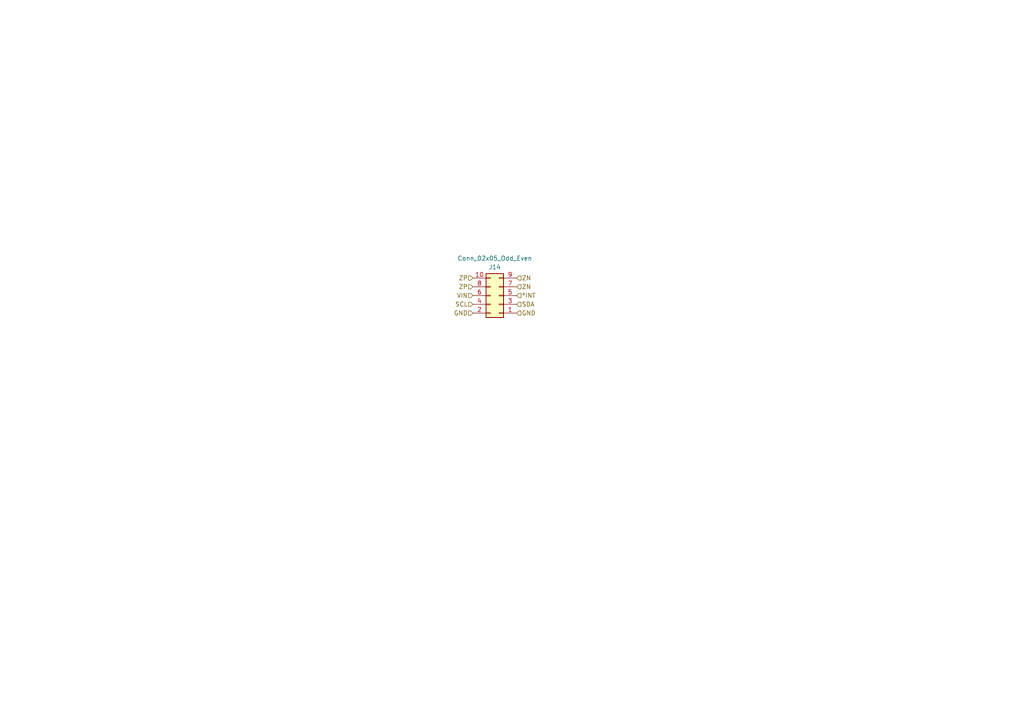
<source format=kicad_sch>
(kicad_sch (version 20250114) (generator "eeschema") (generator_version "9.0")
  (paper "A4")
  (lib_symbols
    (symbol "Connector_Generic:Conn_02x05_Odd_Even" (pin_names (offset 1.016) (hide yes))
      (property "Reference" "J" (at 1.27 7.62 0))
      (property "Value" "Conn_02x05_Odd_Even" (at 1.27 -7.62 0))
      (symbol "Conn_02x05_Odd_Even_1_1"
        (rectangle (start -1.27 6.35) (end 3.81 -6.35) (stroke (width 0.254)) (fill (type background)))
        (rectangle (start -1.27 5.207) (end 0 4.953) (stroke (width 0.1524)))
        (rectangle (start -1.27 2.667) (end 0 2.413) (stroke (width 0.1524)))
        (rectangle (start -1.27 0.127) (end 0 -0.127) (stroke (width 0.1524)))
        (rectangle (start -1.27 -2.413) (end 0 -2.667) (stroke (width 0.1524)))
        (rectangle (start -1.27 -4.953) (end 0 -5.207) (stroke (width 0.1524)))
        (rectangle (start 3.81 5.207) (end 2.54 4.953) (stroke (width 0.1524)))
        (rectangle (start 3.81 2.667) (end 2.54 2.413) (stroke (width 0.1524)))
        (rectangle (start 3.81 0.127) (end 2.54 -0.127) (stroke (width 0.1524)))
        (rectangle (start 3.81 -2.413) (end 2.54 -2.667) (stroke (width 0.1524)))
        (rectangle (start 3.81 -4.953) (end 2.54 -5.207) (stroke (width 0.1524)))
        (pin passive line (at -5.08 5.08 0) (length 3.81) (name "Pin_1") (number "1"))
        (pin passive line (at -5.08 2.54 0) (length 3.81) (name "Pin_3") (number "3"))
        (pin passive line (at -5.08 0 0) (length 3.81) (name "Pin_5") (number "5"))
        (pin passive line (at -5.08 -2.54 0) (length 3.81) (name "Pin_7") (number "7"))
        (pin passive line (at -5.08 -5.08 0) (length 3.81) (name "Pin_9") (number "9"))
        (pin passive line (at 7.62 5.08 180) (length 3.81) (name "Pin_2") (number "2"))
        (pin passive line (at 7.62 2.54 180) (length 3.81) (name "Pin_4") (number "4"))
        (pin passive line (at 7.62 0 180) (length 3.81) (name "Pin_6") (number "6"))
        (pin passive line (at 7.62 -2.54 180) (length 3.81) (name "Pin_8") (number "8"))
        (pin passive line (at 7.62 -5.08 180) (length 3.81) (name "Pin_10") (number "10"))
      )
    )
  )
  (hierarchical_label "ZN" (shape input) (at 149.86 80.645 0))
  (hierarchical_label "VIN" (shape input) (at 137.16 85.725 180))
  (hierarchical_label "ZP" (shape input) (at 137.16 80.645 180))
  (hierarchical_label "SCL" (shape input) (at 137.16 88.265 180))
  (hierarchical_label "*INT" (shape input) (at 149.86 85.725 0))
  (hierarchical_label "ZP" (shape input) (at 137.16 83.185 180))
  (hierarchical_label "SDA" (shape input) (at 149.86 88.265 0))
  (hierarchical_label "GND" (shape input) (at 149.86 90.805 0))
  (hierarchical_label "ZN" (shape input) (at 149.86 83.185 0))
  (hierarchical_label "GND" (shape input) (at 137.16 90.805 180))
  (symbol (lib_id "Connector_Generic:Conn_02x05_Odd_Even") (at 144.78 85.725 180) (unit 1)
    (property "Reference" "J14" (at 143.51 77.47 0))
    (property "Value" "Conn_02x05_Odd_Even" (at 143.51 74.93 0))
    (property "Footprint" "Common:HARWIN_M50-3200545" (effects (hide yes)))
    (property "Datasheet" "https://cdn.harwin.com/pdfs/M50-320.pdf" (effects (hide yes)))
    (property "Description" "Generic connector, double row, 02x05, odd/even pin numbering scheme (row 1 odd numbers, row 2 even numbers), script generated (kicad-library-utils/schlib/autogen/connector/)" (effects (hide yes)))
    (property "Manufacturer" "Harwin" (effects (hide yes)))
    (property "Part Number" "M50-3200545" (effects (hide yes)))
    (instances (project "AVIONICS_BOARD" (path "" (reference "J14") (unit 1)) (path "" (reference "J15") (unit 1))))
  )
)
</source>
